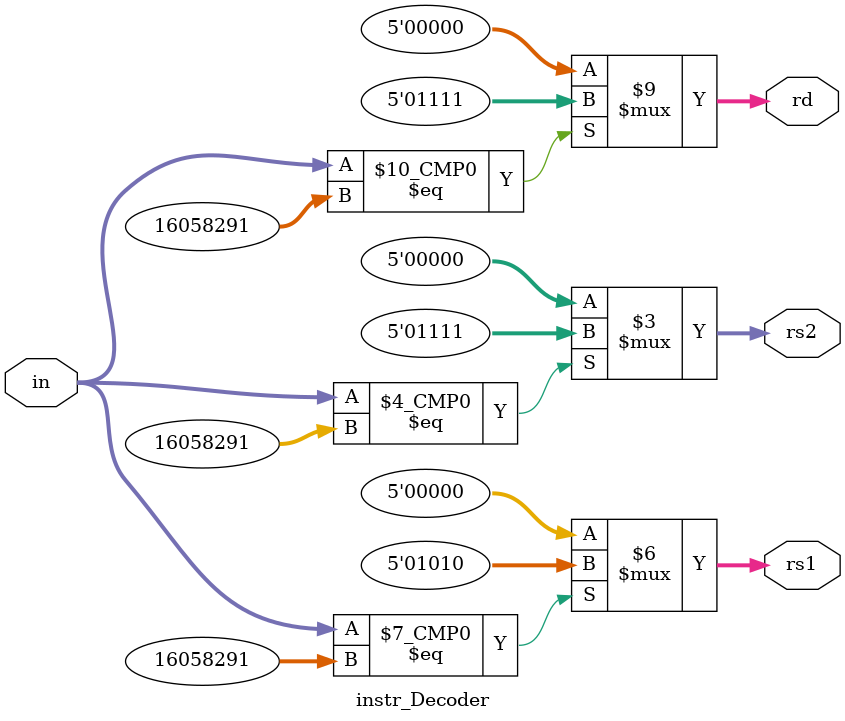
<source format=v>
module instr_Decoder(in, rd, rs1, rs2);
input wire [31:0] in;
output reg [4:0] rd;
output reg [4:0] rs1;
output reg [4:0] rs2;

always @ (in) begin
case(in)
32'h00f507b3: begin
rd =5'b01111;
rs1 =5'b01010;
rs2=5'b01111;
end
default: begin
rd=5'b00000;
rs1=5'b00000;
rs2=5'b00000;
end
endcase
end
endmodule 
</source>
